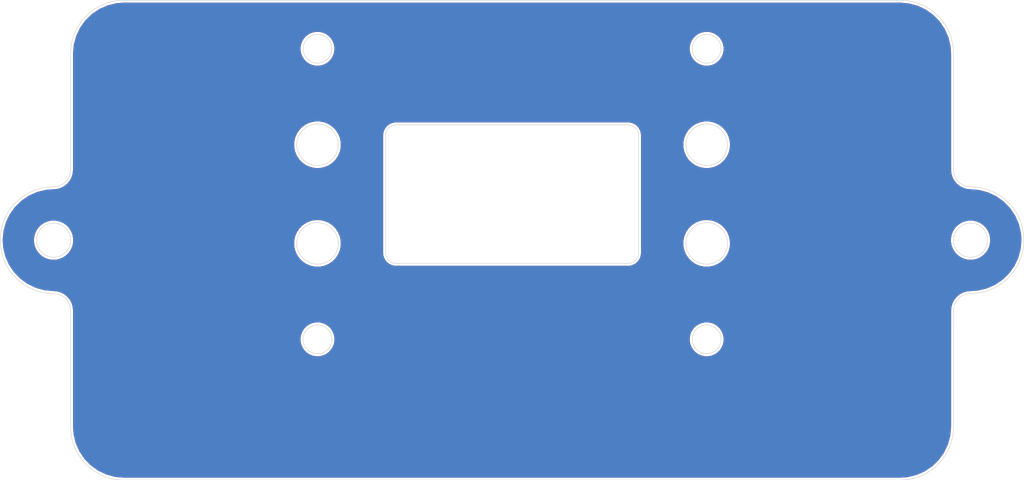
<source format=kicad_pcb>
(kicad_pcb (version 20171130) (host pcbnew 5.1.10)

  (general
    (thickness 1.6)
    (drawings 51)
    (tracks 0)
    (zones 0)
    (modules 0)
    (nets 1)
  )

  (page A4)
  (layers
    (0 F.Cu signal hide)
    (31 B.Cu signal hide)
    (32 B.Adhes user)
    (33 F.Adhes user)
    (34 B.Paste user)
    (35 F.Paste user)
    (36 B.SilkS user)
    (37 F.SilkS user)
    (38 B.Mask user)
    (39 F.Mask user)
    (40 Dwgs.User user hide)
    (41 Cmts.User user hide)
    (42 Eco1.User user)
    (43 Eco2.User user)
    (44 Edge.Cuts user)
    (45 Margin user)
    (46 B.CrtYd user hide)
    (47 F.CrtYd user)
    (48 B.Fab user)
    (49 F.Fab user)
  )

  (setup
    (last_trace_width 0.25)
    (trace_clearance 0.2)
    (zone_clearance 0.2)
    (zone_45_only no)
    (trace_min 0.2)
    (via_size 0.8)
    (via_drill 0.4)
    (via_min_size 0.4)
    (via_min_drill 0.3)
    (uvia_size 0.3)
    (uvia_drill 0.1)
    (uvias_allowed no)
    (uvia_min_size 0.2)
    (uvia_min_drill 0.1)
    (edge_width 0.05)
    (segment_width 0.2)
    (pcb_text_width 0.3)
    (pcb_text_size 1.5 1.5)
    (mod_edge_width 0.12)
    (mod_text_size 1 1)
    (mod_text_width 0.15)
    (pad_size 1.524 1.524)
    (pad_drill 0.762)
    (pad_to_mask_clearance 0)
    (aux_axis_origin 0 0)
    (grid_origin 128 120)
    (visible_elements FEFFFF7F)
    (pcbplotparams
      (layerselection 0x010fc_ffffffff)
      (usegerberextensions false)
      (usegerberattributes true)
      (usegerberadvancedattributes true)
      (creategerberjobfile true)
      (excludeedgelayer true)
      (linewidth 0.100000)
      (plotframeref false)
      (viasonmask false)
      (mode 1)
      (useauxorigin false)
      (hpglpennumber 1)
      (hpglpenspeed 20)
      (hpglpendiameter 15.000000)
      (psnegative false)
      (psa4output false)
      (plotreference true)
      (plotvalue true)
      (plotinvisibletext false)
      (padsonsilk false)
      (subtractmaskfromsilk false)
      (outputformat 1)
      (mirror false)
      (drillshape 0)
      (scaleselection 1)
      (outputdirectory "Gerbers/"))
  )

  (net 0 "")

  (net_class Default "This is the default net class."
    (clearance 0.2)
    (trace_width 0.25)
    (via_dia 0.8)
    (via_drill 0.4)
    (uvia_dia 0.3)
    (uvia_drill 0.1)
  )

  (gr_line (start -41.399998 6.601001) (end -41.4 17.5) (layer Edge.Cuts) (width 0.05) (tstamp 609129E6))
  (gr_arc (start -43.000002 -0.002) (end -48.000001 -0.001) (angle -89.98852938) (layer Edge.Cuts) (width 0.05) (tstamp 609129CD))
  (gr_arc (start -42.999001 -0.001001) (end -43.000001 -5.001) (angle -89.98852938) (layer Edge.Cuts) (width 0.05) (tstamp 609129CD))
  (gr_arc (start -42.999998 6.601001) (end -41.399998 6.601001) (angle -90) (layer Edge.Cuts) (width 0.05) (tstamp 609129BC))
  (gr_arc (start -43.001001 -6.599998) (end -43.001001 -4.999998) (angle -90) (layer Edge.Cuts) (width 0.05) (tstamp 609129BC))
  (gr_line (start 41.401001 6.599998) (end 41.4 17.5) (layer Edge.Cuts) (width 0.05) (tstamp 609129AB))
  (gr_arc (start 43.001001 6.599998) (end 43.001001 4.999998) (angle -90) (layer Edge.Cuts) (width 0.05) (tstamp 60912991))
  (gr_arc (start 43 -6.6) (end 41.4 -6.6) (angle -90) (layer Edge.Cuts) (width 0.05))
  (gr_arc (start 43.000001 0.001) (end 48 0) (angle -89.98852938) (layer Edge.Cuts) (width 0.05) (tstamp 6091295D))
  (gr_arc (start 42.999 0.000001) (end 43 5) (angle -89.98852938) (layer Edge.Cuts) (width 0.05) (tstamp 6091295A))
  (gr_arc (start -36.4 17.5) (end -41.4 17.5) (angle -90) (layer Edge.Cuts) (width 0.05) (tstamp 609127FE))
  (gr_arc (start 36.4 17.5) (end 36.4 22.5) (angle -90) (layer Edge.Cuts) (width 0.05) (tstamp 609127FE))
  (gr_arc (start 36.4 -17.5) (end 41.4 -17.5) (angle -90) (layer Edge.Cuts) (width 0.05) (tstamp 609127F3))
  (gr_arc (start -36.4 -17.5) (end -36.4 -22.5) (angle -90) (layer Edge.Cuts) (width 0.05) (tstamp 609127D0))
  (gr_line (start -41.4 -17.5) (end -41.4 -6.6) (layer Edge.Cuts) (width 0.05) (tstamp 609127A1))
  (gr_line (start 41.4 -17.5) (end 41.4 -6.6) (layer Edge.Cuts) (width 0.05))
  (gr_poly (pts (xy -26.45 -0.5) (xy -23.55 -0.5) (xy -25 1)) (layer F.Mask) (width 0.1) (tstamp 609125AF))
  (gr_poly (pts (xy -23.55 -8.3) (xy -26.45 -8.3) (xy -25 -9.8)) (layer F.Mask) (width 0.1))
  (gr_text BACK (at 25 0.3) (layer F.Mask) (tstamp 60912500)
    (effects (font (size 1.25 1.25) (thickness 0.25) italic))
  )
  (gr_text OK (at 25 -8.95) (layer F.Mask) (tstamp 609125F1)
    (effects (font (size 1.25 1.25) (thickness 0.25) italic))
  )
  (gr_text "LUNA Embedded" (at 0 17) (layer F.Mask) (tstamp 609125C6)
    (effects (font (size 1.5 1.5) (thickness 0.35) italic))
  )
  (gr_text "Reflow Controller" (at 0 12) (layer F.Mask) (tstamp 60912EB4)
    (effects (font (size 2 2) (thickness 0.45)))
  )
  (gr_arc (start -10.87 1.18) (end -11.87 1.18) (angle -90) (layer Edge.Cuts) (width 0.05) (tstamp 607A7DA3))
  (gr_arc (start 10.87 1.18) (end 10.87 2.18) (angle -90) (layer Edge.Cuts) (width 0.05) (tstamp 607A7DA3))
  (gr_arc (start 10.87 -9.82) (end 11.87 -9.82) (angle -90) (layer Edge.Cuts) (width 0.05) (tstamp 607A7DA3))
  (gr_arc (start -10.87 -9.82) (end -10.87 -10.82) (angle -90) (layer Edge.Cuts) (width 0.05))
  (gr_line (start 10.87 2.18) (end -10.87 2.18) (layer Edge.Cuts) (width 0.05))
  (gr_line (start 11.87 -9.82) (end 11.87 1.18) (layer Edge.Cuts) (width 0.05))
  (gr_line (start -10.87 -10.82) (end 10.87 -10.82) (layer Edge.Cuts) (width 0.05))
  (gr_line (start -11.87 1.18) (end -11.87 -9.82) (layer Edge.Cuts) (width 0.05))
  (gr_circle (center 18.25 9.3) (end 19.6 9.3) (layer Edge.Cuts) (width 0.05) (tstamp 607A7D47))
  (gr_circle (center 18.25 -17.95) (end 19.6 -17.95) (layer Edge.Cuts) (width 0.05) (tstamp 607A7D47))
  (gr_circle (center -18.25 9.3) (end -16.9 9.3) (layer Edge.Cuts) (width 0.05) (tstamp 607A7D47))
  (gr_circle (center -18.25 -17.95) (end -16.9 -17.95) (layer Edge.Cuts) (width 0.05))
  (gr_circle (center -18.25 -8.95) (end -16.3 -8.95) (layer Edge.Cuts) (width 0.05) (tstamp 607A6F6E))
  (gr_circle (center -18.25 0.3) (end -16.3 0.3) (layer Edge.Cuts) (width 0.05) (tstamp 607A6F6E))
  (gr_circle (center 18.25 0.3) (end 20.2 0.3) (layer Edge.Cuts) (width 0.05) (tstamp 607A6F6E))
  (gr_circle (center 18.25 -8.95) (end 20.2 -8.95) (layer Edge.Cuts) (width 0.05) (tstamp 607A6F4A))
  (gr_line (start -36 21) (end -36 -21) (layer B.Fab) (width 0.15))
  (gr_line (start -36 21) (end 36 21) (layer B.Fab) (width 0.15))
  (gr_line (start 36 -21) (end 36 21) (layer B.Fab) (width 0.15))
  (gr_line (start -36 -21) (end 36 -21) (layer B.Fab) (width 0.15))
  (gr_circle (center 43 0) (end 44.6 0) (layer Edge.Cuts) (width 0.05) (tstamp 607A6415))
  (gr_circle (center -43 0) (end -41.4 0) (layer Edge.Cuts) (width 0.05))
  (gr_line (start -36.4 22.5) (end 36.4 22.5) (layer Edge.Cuts) (width 0.05))
  (gr_line (start -36.4 -22.5) (end 36.4 -22.5) (layer Edge.Cuts) (width 0.05))
  (gr_circle (center -18.25 -8.95) (end -16.3 -8.95) (layer B.Fab) (width 0.05) (tstamp 607A0417))
  (gr_circle (center -18.25 0.3) (end -16.3 0.3) (layer B.Fab) (width 0.05) (tstamp 607A0417))
  (gr_circle (center 18.24 0.3) (end 20.19 0.3) (layer B.Fab) (width 0.05) (tstamp 607A0417))
  (gr_circle (center 18.24 -8.95) (end 20.19 -8.95) (layer B.Fab) (width 0.05))
  (gr_circle (center 183.4 90.7) (end 182.1 89.1) (layer Dwgs.User) (width 0.15))

  (zone (net 0) (net_name "") (layer F.Cu) (tstamp 60912EF3) (hatch edge 0.508)
    (connect_pads yes (clearance 0.2))
    (min_thickness 0.2)
    (fill yes (arc_segments 32) (thermal_gap 0.2) (thermal_bridge_width 0.3))
    (polygon
      (pts
        (xy 48 -22.5) (xy 48 22.5) (xy -48 22.5) (xy -48 -22.5)
      )
    )
    (filled_polygon
      (pts
        (xy 37.227641 -22.099844) (xy 38.029125 -21.880582) (xy 38.77911 -21.522858) (xy 39.453896 -21.037975) (xy 40.032155 -20.441259)
        (xy 40.495602 -19.751575) (xy 40.829593 -18.990724) (xy 41.024171 -18.180249) (xy 41.075 -17.488086) (xy 41.075001 -6.584039)
        (xy 41.076447 -6.569362) (xy 41.076377 -6.559374) (xy 41.076819 -6.554858) (xy 41.10946 -6.244303) (xy 41.115389 -6.215422)
        (xy 41.120903 -6.186515) (xy 41.122214 -6.18217) (xy 41.214553 -5.88387) (xy 41.225977 -5.856695) (xy 41.237003 -5.829404)
        (xy 41.239133 -5.825397) (xy 41.387654 -5.550713) (xy 41.404116 -5.526308) (xy 41.420255 -5.501645) (xy 41.423123 -5.498128)
        (xy 41.622168 -5.257524) (xy 41.643079 -5.236759) (xy 41.663679 -5.215723) (xy 41.667176 -5.21283) (xy 41.909165 -5.015469)
        (xy 41.933696 -4.99917) (xy 41.958003 -4.982527) (xy 41.961995 -4.980368) (xy 42.237708 -4.833768) (xy 42.264942 -4.822544)
        (xy 42.292017 -4.810939) (xy 42.296352 -4.809597) (xy 42.59529 -4.719343) (xy 42.624174 -4.713624) (xy 42.652997 -4.707498)
        (xy 42.65751 -4.707023) (xy 42.951201 -4.678226) (xy 42.971111 -4.675286) (xy 43.827643 -4.598843) (xy 44.629127 -4.379582)
        (xy 45.379113 -4.021855) (xy 46.053897 -3.536974) (xy 46.632156 -2.940258) (xy 47.095603 -2.250574) (xy 47.429593 -1.489722)
        (xy 47.624174 -0.679234) (xy 47.673483 -0.00869) (xy 47.598842 0.827645) (xy 47.379582 1.629127) (xy 47.021857 2.379111)
        (xy 46.536974 3.053897) (xy 45.940258 3.632156) (xy 45.250574 4.095603) (xy 44.489722 4.429593) (xy 43.679234 4.624174)
        (xy 42.976165 4.675875) (xy 42.972594 4.67646) (xy 42.960376 4.676375) (xy 42.955859 4.676817) (xy 42.645304 4.709458)
        (xy 42.61643 4.715385) (xy 42.587516 4.720901) (xy 42.583171 4.722212) (xy 42.284871 4.814551) (xy 42.257682 4.82598)
        (xy 42.230406 4.837001) (xy 42.226399 4.839131) (xy 41.951714 4.987652) (xy 41.927287 5.004129) (xy 41.902646 5.020253)
        (xy 41.899129 5.023121) (xy 41.658525 5.222166) (xy 41.63776 5.243077) (xy 41.616724 5.263677) (xy 41.613831 5.267174)
        (xy 41.41647 5.509163) (xy 41.400182 5.533679) (xy 41.383528 5.558001) (xy 41.38137 5.561993) (xy 41.234769 5.837706)
        (xy 41.223539 5.864954) (xy 41.21194 5.892016) (xy 41.210598 5.896351) (xy 41.120344 6.195288) (xy 41.114619 6.224204)
        (xy 41.108499 6.252995) (xy 41.108024 6.257509) (xy 41.077552 6.568283) (xy 41.077552 6.568294) (xy 41.076003 6.584008)
        (xy 41.075002 17.48551) (xy 40.999843 18.327643) (xy 40.780582 19.129125) (xy 40.422858 19.87911) (xy 39.937975 20.553896)
        (xy 39.341259 21.132155) (xy 38.651576 21.595601) (xy 37.890723 21.929593) (xy 37.080249 22.124171) (xy 36.388086 22.175)
        (xy -36.385531 22.175) (xy -37.227643 22.099843) (xy -38.029125 21.880582) (xy -38.77911 21.522858) (xy -39.453896 21.037975)
        (xy -40.032155 20.441259) (xy -40.495601 19.751576) (xy -40.829593 18.990723) (xy -41.024171 18.180249) (xy -41.075001 17.488073)
        (xy -41.074999 9.133861) (xy -19.936838 9.133861) (xy -19.936838 9.466139) (xy -19.872014 9.792033) (xy -19.744857 10.099017)
        (xy -19.560253 10.375297) (xy -19.325297 10.610253) (xy -19.049017 10.794857) (xy -18.742033 10.922014) (xy -18.416139 10.986838)
        (xy -18.083861 10.986838) (xy -17.757967 10.922014) (xy -17.450983 10.794857) (xy -17.174703 10.610253) (xy -16.939747 10.375297)
        (xy -16.755143 10.099017) (xy -16.627986 9.792033) (xy -16.563162 9.466139) (xy -16.563162 9.133861) (xy 16.563162 9.133861)
        (xy 16.563162 9.466139) (xy 16.627986 9.792033) (xy 16.755143 10.099017) (xy 16.939747 10.375297) (xy 17.174703 10.610253)
        (xy 17.450983 10.794857) (xy 17.757967 10.922014) (xy 18.083861 10.986838) (xy 18.416139 10.986838) (xy 18.742033 10.922014)
        (xy 19.049017 10.794857) (xy 19.325297 10.610253) (xy 19.560253 10.375297) (xy 19.744857 10.099017) (xy 19.872014 9.792033)
        (xy 19.936838 9.466139) (xy 19.936838 9.133861) (xy 19.872014 8.807967) (xy 19.744857 8.500983) (xy 19.560253 8.224703)
        (xy 19.325297 7.989747) (xy 19.049017 7.805143) (xy 18.742033 7.677986) (xy 18.416139 7.613162) (xy 18.083861 7.613162)
        (xy 17.757967 7.677986) (xy 17.450983 7.805143) (xy 17.174703 7.989747) (xy 16.939747 8.224703) (xy 16.755143 8.500983)
        (xy 16.627986 8.807967) (xy 16.563162 9.133861) (xy -16.563162 9.133861) (xy -16.627986 8.807967) (xy -16.755143 8.500983)
        (xy -16.939747 8.224703) (xy -17.174703 7.989747) (xy -17.450983 7.805143) (xy -17.757967 7.677986) (xy -18.083861 7.613162)
        (xy -18.416139 7.613162) (xy -18.742033 7.677986) (xy -19.049017 7.805143) (xy -19.325297 7.989747) (xy -19.560253 8.224703)
        (xy -19.744857 8.500983) (xy -19.872014 8.807967) (xy -19.936838 9.133861) (xy -41.074999 9.133861) (xy -41.074998 6.585041)
        (xy -41.076445 6.570354) (xy -41.076375 6.560376) (xy -41.076817 6.555859) (xy -41.109458 6.245304) (xy -41.115385 6.21643)
        (xy -41.120901 6.187516) (xy -41.122212 6.183171) (xy -41.214551 5.884871) (xy -41.22598 5.857682) (xy -41.237001 5.830406)
        (xy -41.239131 5.826399) (xy -41.387652 5.551714) (xy -41.404129 5.527287) (xy -41.420253 5.502646) (xy -41.423121 5.499129)
        (xy -41.622166 5.258525) (xy -41.643077 5.23776) (xy -41.663677 5.216724) (xy -41.667174 5.213831) (xy -41.909163 5.01647)
        (xy -41.933679 5.000182) (xy -41.958001 4.983528) (xy -41.96199 4.981371) (xy -41.961998 4.981367) (xy -42.237706 4.834769)
        (xy -42.264954 4.823539) (xy -42.292016 4.81194) (xy -42.296351 4.810598) (xy -42.595288 4.720344) (xy -42.624204 4.714619)
        (xy -42.652995 4.708499) (xy -42.657509 4.708024) (xy -42.928446 4.681458) (xy -42.934097 4.679752) (xy -42.971113 4.674286)
        (xy -43.827646 4.597842) (xy -44.629128 4.378582) (xy -45.379112 4.020857) (xy -46.053898 3.535974) (xy -46.632157 2.939258)
        (xy -47.095604 2.249574) (xy -47.429594 1.488722) (xy -47.624175 0.678234) (xy -47.673484 0.00769) (xy -47.655784 -0.190643)
        (xy -44.935634 -0.190643) (xy -44.935634 0.190643) (xy -44.861249 0.564604) (xy -44.715337 0.916867) (xy -44.503505 1.233895)
        (xy -44.233895 1.503505) (xy -43.916867 1.715337) (xy -43.564604 1.861249) (xy -43.190643 1.935634) (xy -42.809357 1.935634)
        (xy -42.435396 1.861249) (xy -42.083133 1.715337) (xy -41.766105 1.503505) (xy -41.496495 1.233895) (xy -41.284663 0.916867)
        (xy -41.138751 0.564604) (xy -41.064366 0.190643) (xy -41.064366 0.075051) (xy -20.533949 0.075051) (xy -20.533949 0.524949)
        (xy -20.446178 0.966203) (xy -20.274009 1.381856) (xy -20.024059 1.755933) (xy -19.705933 2.074059) (xy -19.331856 2.324009)
        (xy -18.916203 2.496178) (xy -18.474949 2.583949) (xy -18.025051 2.583949) (xy -17.583797 2.496178) (xy -17.168144 2.324009)
        (xy -16.794067 2.074059) (xy -16.475941 1.755933) (xy -16.225991 1.381856) (xy -16.148991 1.19596) (xy -12.195 1.19596)
        (xy -12.193595 1.210228) (xy -12.193638 1.216437) (xy -12.193196 1.220954) (xy -12.172795 1.415051) (xy -12.166865 1.443938)
        (xy -12.161352 1.472838) (xy -12.160041 1.477183) (xy -12.102329 1.663621) (xy -12.0909 1.69081) (xy -12.079879 1.718086)
        (xy -12.077749 1.722093) (xy -11.984924 1.89377) (xy -11.968451 1.918192) (xy -11.952322 1.942839) (xy -11.949454 1.946356)
        (xy -11.825051 2.096734) (xy -11.804141 2.117498) (xy -11.78354 2.138535) (xy -11.780044 2.141428) (xy -11.628802 2.264778)
        (xy -11.604241 2.281096) (xy -11.579962 2.29772) (xy -11.57597 2.299879) (xy -11.403648 2.391504) (xy -11.376424 2.402725)
        (xy -11.34934 2.414333) (xy -11.345005 2.415675) (xy -11.158169 2.472084) (xy -11.129253 2.477809) (xy -11.100462 2.483929)
        (xy -11.095949 2.484404) (xy -10.901715 2.503449) (xy -10.901708 2.503449) (xy -10.885961 2.505) (xy 10.885961 2.505)
        (xy 10.900229 2.503595) (xy 10.906437 2.503638) (xy 10.910954 2.503196) (xy 11.105051 2.482795) (xy 11.133938 2.476865)
        (xy 11.162838 2.471352) (xy 11.167183 2.470041) (xy 11.353621 2.412329) (xy 11.38081 2.4009) (xy 11.408086 2.389879)
        (xy 11.412093 2.387749) (xy 11.58377 2.294924) (xy 11.608192 2.278451) (xy 11.632839 2.262322) (xy 11.636356 2.259454)
        (xy 11.786734 2.135051) (xy 11.807498 2.114141) (xy 11.828535 2.09354) (xy 11.831428 2.090044) (xy 11.954778 1.938802)
        (xy 11.971096 1.914241) (xy 11.98772 1.889962) (xy 11.989879 1.88597) (xy 12.081504 1.713648) (xy 12.092725 1.686424)
        (xy 12.104333 1.65934) (xy 12.105675 1.655005) (xy 12.162084 1.468169) (xy 12.167809 1.439253) (xy 12.173929 1.410462)
        (xy 12.174404 1.405949) (xy 12.193449 1.211715) (xy 12.193449 1.211708) (xy 12.195 1.195961) (xy 12.195 0.075051)
        (xy 15.966051 0.075051) (xy 15.966051 0.524949) (xy 16.053822 0.966203) (xy 16.225991 1.381856) (xy 16.475941 1.755933)
        (xy 16.794067 2.074059) (xy 17.168144 2.324009) (xy 17.583797 2.496178) (xy 18.025051 2.583949) (xy 18.474949 2.583949)
        (xy 18.916203 2.496178) (xy 19.331856 2.324009) (xy 19.705933 2.074059) (xy 20.024059 1.755933) (xy 20.274009 1.381856)
        (xy 20.446178 0.966203) (xy 20.533949 0.524949) (xy 20.533949 0.075051) (xy 20.4811 -0.190643) (xy 41.064366 -0.190643)
        (xy 41.064366 0.190643) (xy 41.138751 0.564604) (xy 41.284663 0.916867) (xy 41.496495 1.233895) (xy 41.766105 1.503505)
        (xy 42.083133 1.715337) (xy 42.435396 1.861249) (xy 42.809357 1.935634) (xy 43.190643 1.935634) (xy 43.564604 1.861249)
        (xy 43.916867 1.715337) (xy 44.233895 1.503505) (xy 44.503505 1.233895) (xy 44.715337 0.916867) (xy 44.861249 0.564604)
        (xy 44.935634 0.190643) (xy 44.935634 -0.190643) (xy 44.861249 -0.564604) (xy 44.715337 -0.916867) (xy 44.503505 -1.233895)
        (xy 44.233895 -1.503505) (xy 43.916867 -1.715337) (xy 43.564604 -1.861249) (xy 43.190643 -1.935634) (xy 42.809357 -1.935634)
        (xy 42.435396 -1.861249) (xy 42.083133 -1.715337) (xy 41.766105 -1.503505) (xy 41.496495 -1.233895) (xy 41.284663 -0.916867)
        (xy 41.138751 -0.564604) (xy 41.064366 -0.190643) (xy 20.4811 -0.190643) (xy 20.446178 -0.366203) (xy 20.274009 -0.781856)
        (xy 20.024059 -1.155933) (xy 19.705933 -1.474059) (xy 19.331856 -1.724009) (xy 18.916203 -1.896178) (xy 18.474949 -1.983949)
        (xy 18.025051 -1.983949) (xy 17.583797 -1.896178) (xy 17.168144 -1.724009) (xy 16.794067 -1.474059) (xy 16.475941 -1.155933)
        (xy 16.225991 -0.781856) (xy 16.053822 -0.366203) (xy 15.966051 0.075051) (xy 12.195 0.075051) (xy 12.195 -9.174949)
        (xy 15.966051 -9.174949) (xy 15.966051 -8.725051) (xy 16.053822 -8.283797) (xy 16.225991 -7.868144) (xy 16.475941 -7.494067)
        (xy 16.794067 -7.175941) (xy 17.168144 -6.925991) (xy 17.583797 -6.753822) (xy 18.025051 -6.666051) (xy 18.474949 -6.666051)
        (xy 18.916203 -6.753822) (xy 19.331856 -6.925991) (xy 19.705933 -7.175941) (xy 20.024059 -7.494067) (xy 20.274009 -7.868144)
        (xy 20.446178 -8.283797) (xy 20.533949 -8.725051) (xy 20.533949 -9.174949) (xy 20.446178 -9.616203) (xy 20.274009 -10.031856)
        (xy 20.024059 -10.405933) (xy 19.705933 -10.724059) (xy 19.331856 -10.974009) (xy 18.916203 -11.146178) (xy 18.474949 -11.233949)
        (xy 18.025051 -11.233949) (xy 17.583797 -11.146178) (xy 17.168144 -10.974009) (xy 16.794067 -10.724059) (xy 16.475941 -10.405933)
        (xy 16.225991 -10.031856) (xy 16.053822 -9.616203) (xy 15.966051 -9.174949) (xy 12.195 -9.174949) (xy 12.195 -9.835961)
        (xy 12.193595 -9.850229) (xy 12.193638 -9.856437) (xy 12.193195 -9.860954) (xy 12.172795 -10.055051) (xy 12.166865 -10.083938)
        (xy 12.161352 -10.112838) (xy 12.160041 -10.117183) (xy 12.102329 -10.303621) (xy 12.0909 -10.33081) (xy 12.079879 -10.358086)
        (xy 12.077749 -10.362094) (xy 11.984924 -10.53377) (xy 11.968447 -10.558197) (xy 11.952322 -10.58284) (xy 11.949454 -10.586357)
        (xy 11.82505 -10.736734) (xy 11.80416 -10.757479) (xy 11.78354 -10.778535) (xy 11.780044 -10.781428) (xy 11.628802 -10.904778)
        (xy 11.604257 -10.921085) (xy 11.579962 -10.93772) (xy 11.57597 -10.939879) (xy 11.403648 -11.031504) (xy 11.376453 -11.042713)
        (xy 11.34934 -11.054333) (xy 11.345005 -11.055675) (xy 11.158169 -11.112084) (xy 11.129285 -11.117803) (xy 11.100462 -11.123929)
        (xy 11.095948 -11.124404) (xy 10.901715 -11.143449) (xy 10.901708 -11.143449) (xy 10.885961 -11.145) (xy -10.885961 -11.145)
        (xy -10.900229 -11.143595) (xy -10.906437 -11.143638) (xy -10.910954 -11.143195) (xy -11.105051 -11.122795) (xy -11.133938 -11.116865)
        (xy -11.162838 -11.111352) (xy -11.167183 -11.110041) (xy -11.353621 -11.052329) (xy -11.38081 -11.0409) (xy -11.408086 -11.029879)
        (xy -11.412094 -11.027749) (xy -11.58377 -10.934924) (xy -11.608197 -10.918447) (xy -11.63284 -10.902322) (xy -11.636357 -10.899454)
        (xy -11.786734 -10.77505) (xy -11.807479 -10.75416) (xy -11.828535 -10.73354) (xy -11.831428 -10.730044) (xy -11.954778 -10.578802)
        (xy -11.971085 -10.554257) (xy -11.98772 -10.529962) (xy -11.989879 -10.52597) (xy -12.081504 -10.353648) (xy -12.092713 -10.326453)
        (xy -12.104333 -10.29934) (xy -12.105675 -10.295005) (xy -12.162084 -10.108169) (xy -12.167803 -10.079285) (xy -12.173929 -10.050462)
        (xy -12.174404 -10.045948) (xy -12.193449 -9.851715) (xy -12.193449 -9.851698) (xy -12.194999 -9.835961) (xy -12.195 1.19596)
        (xy -16.148991 1.19596) (xy -16.053822 0.966203) (xy -15.966051 0.524949) (xy -15.966051 0.075051) (xy -16.053822 -0.366203)
        (xy -16.225991 -0.781856) (xy -16.475941 -1.155933) (xy -16.794067 -1.474059) (xy -17.168144 -1.724009) (xy -17.583797 -1.896178)
        (xy -18.025051 -1.983949) (xy -18.474949 -1.983949) (xy -18.916203 -1.896178) (xy -19.331856 -1.724009) (xy -19.705933 -1.474059)
        (xy -20.024059 -1.155933) (xy -20.274009 -0.781856) (xy -20.446178 -0.366203) (xy -20.533949 0.075051) (xy -41.064366 0.075051)
        (xy -41.064366 -0.190643) (xy -41.138751 -0.564604) (xy -41.284663 -0.916867) (xy -41.496495 -1.233895) (xy -41.766105 -1.503505)
        (xy -42.083133 -1.715337) (xy -42.435396 -1.861249) (xy -42.809357 -1.935634) (xy -43.190643 -1.935634) (xy -43.564604 -1.861249)
        (xy -43.916867 -1.715337) (xy -44.233895 -1.503505) (xy -44.503505 -1.233895) (xy -44.715337 -0.916867) (xy -44.861249 -0.564604)
        (xy -44.935634 -0.190643) (xy -47.655784 -0.190643) (xy -47.598844 -0.828643) (xy -47.379583 -1.630127) (xy -47.021856 -2.380113)
        (xy -46.536975 -3.054897) (xy -45.940259 -3.633156) (xy -45.250575 -4.096603) (xy -44.489723 -4.430593) (xy -43.679235 -4.625174)
        (xy -43.001582 -4.675006) (xy -42.999866 -4.675) (xy -42.988696 -4.675039) (xy -42.97457 -4.676474) (xy -42.960375 -4.676375)
        (xy -42.955859 -4.676817) (xy -42.645304 -4.709458) (xy -42.616423 -4.715387) (xy -42.587516 -4.720901) (xy -42.583171 -4.722212)
        (xy -42.284871 -4.814551) (xy -42.257696 -4.825975) (xy -42.230405 -4.837001) (xy -42.226398 -4.839131) (xy -41.951714 -4.987652)
        (xy -41.927309 -5.004114) (xy -41.902646 -5.020253) (xy -41.899129 -5.023121) (xy -41.658525 -5.222166) (xy -41.63776 -5.243077)
        (xy -41.616724 -5.263677) (xy -41.613831 -5.267174) (xy -41.41647 -5.509163) (xy -41.400171 -5.533694) (xy -41.383528 -5.558001)
        (xy -41.381369 -5.561993) (xy -41.234769 -5.837706) (xy -41.223545 -5.86494) (xy -41.21194 -5.892015) (xy -41.210598 -5.89635)
        (xy -41.120344 -6.195288) (xy -41.114625 -6.224172) (xy -41.108499 -6.252995) (xy -41.108024 -6.257508) (xy -41.08116 -6.531486)
        (xy -41.079703 -6.536289) (xy -41.075 -6.584039) (xy -41.075 -9.174949) (xy -20.533949 -9.174949) (xy -20.533949 -8.725051)
        (xy -20.446178 -8.283797) (xy -20.274009 -7.868144) (xy -20.024059 -7.494067) (xy -19.705933 -7.175941) (xy -19.331856 -6.925991)
        (xy -18.916203 -6.753822) (xy -18.474949 -6.666051) (xy -18.025051 -6.666051) (xy -17.583797 -6.753822) (xy -17.168144 -6.925991)
        (xy -16.794067 -7.175941) (xy -16.475941 -7.494067) (xy -16.225991 -7.868144) (xy -16.053822 -8.283797) (xy -15.966051 -8.725051)
        (xy -15.966051 -9.174949) (xy -16.053822 -9.616203) (xy -16.225991 -10.031856) (xy -16.475941 -10.405933) (xy -16.794067 -10.724059)
        (xy -17.168144 -10.974009) (xy -17.583797 -11.146178) (xy -18.025051 -11.233949) (xy -18.474949 -11.233949) (xy -18.916203 -11.146178)
        (xy -19.331856 -10.974009) (xy -19.705933 -10.724059) (xy -20.024059 -10.405933) (xy -20.274009 -10.031856) (xy -20.446178 -9.616203)
        (xy -20.533949 -9.174949) (xy -41.075 -9.174949) (xy -41.075 -17.48553) (xy -41.01872 -18.116139) (xy -19.936838 -18.116139)
        (xy -19.936838 -17.783861) (xy -19.872014 -17.457967) (xy -19.744857 -17.150983) (xy -19.560253 -16.874703) (xy -19.325297 -16.639747)
        (xy -19.049017 -16.455143) (xy -18.742033 -16.327986) (xy -18.416139 -16.263162) (xy -18.083861 -16.263162) (xy -17.757967 -16.327986)
        (xy -17.450983 -16.455143) (xy -17.174703 -16.639747) (xy -16.939747 -16.874703) (xy -16.755143 -17.150983) (xy -16.627986 -17.457967)
        (xy -16.563162 -17.783861) (xy -16.563162 -18.116139) (xy 16.563162 -18.116139) (xy 16.563162 -17.783861) (xy 16.627986 -17.457967)
        (xy 16.755143 -17.150983) (xy 16.939747 -16.874703) (xy 17.174703 -16.639747) (xy 17.450983 -16.455143) (xy 17.757967 -16.327986)
        (xy 18.083861 -16.263162) (xy 18.416139 -16.263162) (xy 18.742033 -16.327986) (xy 19.049017 -16.455143) (xy 19.325297 -16.639747)
        (xy 19.560253 -16.874703) (xy 19.744857 -17.150983) (xy 19.872014 -17.457967) (xy 19.936838 -17.783861) (xy 19.936838 -18.116139)
        (xy 19.872014 -18.442033) (xy 19.744857 -18.749017) (xy 19.560253 -19.025297) (xy 19.325297 -19.260253) (xy 19.049017 -19.444857)
        (xy 18.742033 -19.572014) (xy 18.416139 -19.636838) (xy 18.083861 -19.636838) (xy 17.757967 -19.572014) (xy 17.450983 -19.444857)
        (xy 17.174703 -19.260253) (xy 16.939747 -19.025297) (xy 16.755143 -18.749017) (xy 16.627986 -18.442033) (xy 16.563162 -18.116139)
        (xy -16.563162 -18.116139) (xy -16.627986 -18.442033) (xy -16.755143 -18.749017) (xy -16.939747 -19.025297) (xy -17.174703 -19.260253)
        (xy -17.450983 -19.444857) (xy -17.757967 -19.572014) (xy -18.083861 -19.636838) (xy -18.416139 -19.636838) (xy -18.742033 -19.572014)
        (xy -19.049017 -19.444857) (xy -19.325297 -19.260253) (xy -19.560253 -19.025297) (xy -19.744857 -18.749017) (xy -19.872014 -18.442033)
        (xy -19.936838 -18.116139) (xy -41.01872 -18.116139) (xy -40.999844 -18.327641) (xy -40.780582 -19.129125) (xy -40.422858 -19.87911)
        (xy -39.937975 -20.553896) (xy -39.341259 -21.132155) (xy -38.651575 -21.595602) (xy -37.890724 -21.929593) (xy -37.080249 -22.124171)
        (xy -36.388086 -22.175) (xy 36.38553 -22.175)
      )
    )
  )
  (zone (net 0) (net_name "") (layer B.Cu) (tstamp 60912EF0) (hatch edge 0.508)
    (connect_pads yes (clearance 0.2))
    (min_thickness 0.2)
    (fill yes (arc_segments 32) (thermal_gap 0.2) (thermal_bridge_width 0.3))
    (polygon
      (pts
        (xy 48 -22.5) (xy 48 22.5) (xy -48 22.5) (xy -48 -22.5)
      )
    )
    (filled_polygon
      (pts
        (xy 37.227641 -22.099844) (xy 38.029125 -21.880582) (xy 38.77911 -21.522858) (xy 39.453896 -21.037975) (xy 40.032155 -20.441259)
        (xy 40.495602 -19.751575) (xy 40.829593 -18.990724) (xy 41.024171 -18.180249) (xy 41.075 -17.488086) (xy 41.075001 -6.584039)
        (xy 41.076447 -6.569362) (xy 41.076377 -6.559374) (xy 41.076819 -6.554858) (xy 41.10946 -6.244303) (xy 41.115389 -6.215422)
        (xy 41.120903 -6.186515) (xy 41.122214 -6.18217) (xy 41.214553 -5.88387) (xy 41.225977 -5.856695) (xy 41.237003 -5.829404)
        (xy 41.239133 -5.825397) (xy 41.387654 -5.550713) (xy 41.404116 -5.526308) (xy 41.420255 -5.501645) (xy 41.423123 -5.498128)
        (xy 41.622168 -5.257524) (xy 41.643079 -5.236759) (xy 41.663679 -5.215723) (xy 41.667176 -5.21283) (xy 41.909165 -5.015469)
        (xy 41.933696 -4.99917) (xy 41.958003 -4.982527) (xy 41.961995 -4.980368) (xy 42.237708 -4.833768) (xy 42.264942 -4.822544)
        (xy 42.292017 -4.810939) (xy 42.296352 -4.809597) (xy 42.59529 -4.719343) (xy 42.624174 -4.713624) (xy 42.652997 -4.707498)
        (xy 42.65751 -4.707023) (xy 42.951201 -4.678226) (xy 42.971111 -4.675286) (xy 43.827643 -4.598843) (xy 44.629127 -4.379582)
        (xy 45.379113 -4.021855) (xy 46.053897 -3.536974) (xy 46.632156 -2.940258) (xy 47.095603 -2.250574) (xy 47.429593 -1.489722)
        (xy 47.624174 -0.679234) (xy 47.673483 -0.00869) (xy 47.598842 0.827645) (xy 47.379582 1.629127) (xy 47.021857 2.379111)
        (xy 46.536974 3.053897) (xy 45.940258 3.632156) (xy 45.250574 4.095603) (xy 44.489722 4.429593) (xy 43.679234 4.624174)
        (xy 42.976165 4.675875) (xy 42.972594 4.67646) (xy 42.960376 4.676375) (xy 42.955859 4.676817) (xy 42.645304 4.709458)
        (xy 42.61643 4.715385) (xy 42.587516 4.720901) (xy 42.583171 4.722212) (xy 42.284871 4.814551) (xy 42.257682 4.82598)
        (xy 42.230406 4.837001) (xy 42.226399 4.839131) (xy 41.951714 4.987652) (xy 41.927287 5.004129) (xy 41.902646 5.020253)
        (xy 41.899129 5.023121) (xy 41.658525 5.222166) (xy 41.63776 5.243077) (xy 41.616724 5.263677) (xy 41.613831 5.267174)
        (xy 41.41647 5.509163) (xy 41.400182 5.533679) (xy 41.383528 5.558001) (xy 41.38137 5.561993) (xy 41.234769 5.837706)
        (xy 41.223539 5.864954) (xy 41.21194 5.892016) (xy 41.210598 5.896351) (xy 41.120344 6.195288) (xy 41.114619 6.224204)
        (xy 41.108499 6.252995) (xy 41.108024 6.257509) (xy 41.077552 6.568283) (xy 41.077552 6.568294) (xy 41.076003 6.584008)
        (xy 41.075002 17.48551) (xy 40.999843 18.327643) (xy 40.780582 19.129125) (xy 40.422858 19.87911) (xy 39.937975 20.553896)
        (xy 39.341259 21.132155) (xy 38.651576 21.595601) (xy 37.890723 21.929593) (xy 37.080249 22.124171) (xy 36.388086 22.175)
        (xy -36.385531 22.175) (xy -37.227643 22.099843) (xy -38.029125 21.880582) (xy -38.77911 21.522858) (xy -39.453896 21.037975)
        (xy -40.032155 20.441259) (xy -40.495601 19.751576) (xy -40.829593 18.990723) (xy -41.024171 18.180249) (xy -41.075001 17.488073)
        (xy -41.074999 9.133861) (xy -19.936838 9.133861) (xy -19.936838 9.466139) (xy -19.872014 9.792033) (xy -19.744857 10.099017)
        (xy -19.560253 10.375297) (xy -19.325297 10.610253) (xy -19.049017 10.794857) (xy -18.742033 10.922014) (xy -18.416139 10.986838)
        (xy -18.083861 10.986838) (xy -17.757967 10.922014) (xy -17.450983 10.794857) (xy -17.174703 10.610253) (xy -16.939747 10.375297)
        (xy -16.755143 10.099017) (xy -16.627986 9.792033) (xy -16.563162 9.466139) (xy -16.563162 9.133861) (xy 16.563162 9.133861)
        (xy 16.563162 9.466139) (xy 16.627986 9.792033) (xy 16.755143 10.099017) (xy 16.939747 10.375297) (xy 17.174703 10.610253)
        (xy 17.450983 10.794857) (xy 17.757967 10.922014) (xy 18.083861 10.986838) (xy 18.416139 10.986838) (xy 18.742033 10.922014)
        (xy 19.049017 10.794857) (xy 19.325297 10.610253) (xy 19.560253 10.375297) (xy 19.744857 10.099017) (xy 19.872014 9.792033)
        (xy 19.936838 9.466139) (xy 19.936838 9.133861) (xy 19.872014 8.807967) (xy 19.744857 8.500983) (xy 19.560253 8.224703)
        (xy 19.325297 7.989747) (xy 19.049017 7.805143) (xy 18.742033 7.677986) (xy 18.416139 7.613162) (xy 18.083861 7.613162)
        (xy 17.757967 7.677986) (xy 17.450983 7.805143) (xy 17.174703 7.989747) (xy 16.939747 8.224703) (xy 16.755143 8.500983)
        (xy 16.627986 8.807967) (xy 16.563162 9.133861) (xy -16.563162 9.133861) (xy -16.627986 8.807967) (xy -16.755143 8.500983)
        (xy -16.939747 8.224703) (xy -17.174703 7.989747) (xy -17.450983 7.805143) (xy -17.757967 7.677986) (xy -18.083861 7.613162)
        (xy -18.416139 7.613162) (xy -18.742033 7.677986) (xy -19.049017 7.805143) (xy -19.325297 7.989747) (xy -19.560253 8.224703)
        (xy -19.744857 8.500983) (xy -19.872014 8.807967) (xy -19.936838 9.133861) (xy -41.074999 9.133861) (xy -41.074998 6.585041)
        (xy -41.076445 6.570354) (xy -41.076375 6.560376) (xy -41.076817 6.555859) (xy -41.109458 6.245304) (xy -41.115385 6.21643)
        (xy -41.120901 6.187516) (xy -41.122212 6.183171) (xy -41.214551 5.884871) (xy -41.22598 5.857682) (xy -41.237001 5.830406)
        (xy -41.239131 5.826399) (xy -41.387652 5.551714) (xy -41.404129 5.527287) (xy -41.420253 5.502646) (xy -41.423121 5.499129)
        (xy -41.622166 5.258525) (xy -41.643077 5.23776) (xy -41.663677 5.216724) (xy -41.667174 5.213831) (xy -41.909163 5.01647)
        (xy -41.933679 5.000182) (xy -41.958001 4.983528) (xy -41.96199 4.981371) (xy -41.961998 4.981367) (xy -42.237706 4.834769)
        (xy -42.264954 4.823539) (xy -42.292016 4.81194) (xy -42.296351 4.810598) (xy -42.595288 4.720344) (xy -42.624204 4.714619)
        (xy -42.652995 4.708499) (xy -42.657509 4.708024) (xy -42.928446 4.681458) (xy -42.934097 4.679752) (xy -42.971113 4.674286)
        (xy -43.827646 4.597842) (xy -44.629128 4.378582) (xy -45.379112 4.020857) (xy -46.053898 3.535974) (xy -46.632157 2.939258)
        (xy -47.095604 2.249574) (xy -47.429594 1.488722) (xy -47.624175 0.678234) (xy -47.673484 0.00769) (xy -47.655784 -0.190643)
        (xy -44.935634 -0.190643) (xy -44.935634 0.190643) (xy -44.861249 0.564604) (xy -44.715337 0.916867) (xy -44.503505 1.233895)
        (xy -44.233895 1.503505) (xy -43.916867 1.715337) (xy -43.564604 1.861249) (xy -43.190643 1.935634) (xy -42.809357 1.935634)
        (xy -42.435396 1.861249) (xy -42.083133 1.715337) (xy -41.766105 1.503505) (xy -41.496495 1.233895) (xy -41.284663 0.916867)
        (xy -41.138751 0.564604) (xy -41.064366 0.190643) (xy -41.064366 0.075051) (xy -20.533949 0.075051) (xy -20.533949 0.524949)
        (xy -20.446178 0.966203) (xy -20.274009 1.381856) (xy -20.024059 1.755933) (xy -19.705933 2.074059) (xy -19.331856 2.324009)
        (xy -18.916203 2.496178) (xy -18.474949 2.583949) (xy -18.025051 2.583949) (xy -17.583797 2.496178) (xy -17.168144 2.324009)
        (xy -16.794067 2.074059) (xy -16.475941 1.755933) (xy -16.225991 1.381856) (xy -16.148991 1.19596) (xy -12.195 1.19596)
        (xy -12.193595 1.210228) (xy -12.193638 1.216437) (xy -12.193196 1.220954) (xy -12.172795 1.415051) (xy -12.166865 1.443938)
        (xy -12.161352 1.472838) (xy -12.160041 1.477183) (xy -12.102329 1.663621) (xy -12.0909 1.69081) (xy -12.079879 1.718086)
        (xy -12.077749 1.722093) (xy -11.984924 1.89377) (xy -11.968451 1.918192) (xy -11.952322 1.942839) (xy -11.949454 1.946356)
        (xy -11.825051 2.096734) (xy -11.804141 2.117498) (xy -11.78354 2.138535) (xy -11.780044 2.141428) (xy -11.628802 2.264778)
        (xy -11.604241 2.281096) (xy -11.579962 2.29772) (xy -11.57597 2.299879) (xy -11.403648 2.391504) (xy -11.376424 2.402725)
        (xy -11.34934 2.414333) (xy -11.345005 2.415675) (xy -11.158169 2.472084) (xy -11.129253 2.477809) (xy -11.100462 2.483929)
        (xy -11.095949 2.484404) (xy -10.901715 2.503449) (xy -10.901708 2.503449) (xy -10.885961 2.505) (xy 10.885961 2.505)
        (xy 10.900229 2.503595) (xy 10.906437 2.503638) (xy 10.910954 2.503196) (xy 11.105051 2.482795) (xy 11.133938 2.476865)
        (xy 11.162838 2.471352) (xy 11.167183 2.470041) (xy 11.353621 2.412329) (xy 11.38081 2.4009) (xy 11.408086 2.389879)
        (xy 11.412093 2.387749) (xy 11.58377 2.294924) (xy 11.608192 2.278451) (xy 11.632839 2.262322) (xy 11.636356 2.259454)
        (xy 11.786734 2.135051) (xy 11.807498 2.114141) (xy 11.828535 2.09354) (xy 11.831428 2.090044) (xy 11.954778 1.938802)
        (xy 11.971096 1.914241) (xy 11.98772 1.889962) (xy 11.989879 1.88597) (xy 12.081504 1.713648) (xy 12.092725 1.686424)
        (xy 12.104333 1.65934) (xy 12.105675 1.655005) (xy 12.162084 1.468169) (xy 12.167809 1.439253) (xy 12.173929 1.410462)
        (xy 12.174404 1.405949) (xy 12.193449 1.211715) (xy 12.193449 1.211708) (xy 12.195 1.195961) (xy 12.195 0.075051)
        (xy 15.966051 0.075051) (xy 15.966051 0.524949) (xy 16.053822 0.966203) (xy 16.225991 1.381856) (xy 16.475941 1.755933)
        (xy 16.794067 2.074059) (xy 17.168144 2.324009) (xy 17.583797 2.496178) (xy 18.025051 2.583949) (xy 18.474949 2.583949)
        (xy 18.916203 2.496178) (xy 19.331856 2.324009) (xy 19.705933 2.074059) (xy 20.024059 1.755933) (xy 20.274009 1.381856)
        (xy 20.446178 0.966203) (xy 20.533949 0.524949) (xy 20.533949 0.075051) (xy 20.4811 -0.190643) (xy 41.064366 -0.190643)
        (xy 41.064366 0.190643) (xy 41.138751 0.564604) (xy 41.284663 0.916867) (xy 41.496495 1.233895) (xy 41.766105 1.503505)
        (xy 42.083133 1.715337) (xy 42.435396 1.861249) (xy 42.809357 1.935634) (xy 43.190643 1.935634) (xy 43.564604 1.861249)
        (xy 43.916867 1.715337) (xy 44.233895 1.503505) (xy 44.503505 1.233895) (xy 44.715337 0.916867) (xy 44.861249 0.564604)
        (xy 44.935634 0.190643) (xy 44.935634 -0.190643) (xy 44.861249 -0.564604) (xy 44.715337 -0.916867) (xy 44.503505 -1.233895)
        (xy 44.233895 -1.503505) (xy 43.916867 -1.715337) (xy 43.564604 -1.861249) (xy 43.190643 -1.935634) (xy 42.809357 -1.935634)
        (xy 42.435396 -1.861249) (xy 42.083133 -1.715337) (xy 41.766105 -1.503505) (xy 41.496495 -1.233895) (xy 41.284663 -0.916867)
        (xy 41.138751 -0.564604) (xy 41.064366 -0.190643) (xy 20.4811 -0.190643) (xy 20.446178 -0.366203) (xy 20.274009 -0.781856)
        (xy 20.024059 -1.155933) (xy 19.705933 -1.474059) (xy 19.331856 -1.724009) (xy 18.916203 -1.896178) (xy 18.474949 -1.983949)
        (xy 18.025051 -1.983949) (xy 17.583797 -1.896178) (xy 17.168144 -1.724009) (xy 16.794067 -1.474059) (xy 16.475941 -1.155933)
        (xy 16.225991 -0.781856) (xy 16.053822 -0.366203) (xy 15.966051 0.075051) (xy 12.195 0.075051) (xy 12.195 -9.174949)
        (xy 15.966051 -9.174949) (xy 15.966051 -8.725051) (xy 16.053822 -8.283797) (xy 16.225991 -7.868144) (xy 16.475941 -7.494067)
        (xy 16.794067 -7.175941) (xy 17.168144 -6.925991) (xy 17.583797 -6.753822) (xy 18.025051 -6.666051) (xy 18.474949 -6.666051)
        (xy 18.916203 -6.753822) (xy 19.331856 -6.925991) (xy 19.705933 -7.175941) (xy 20.024059 -7.494067) (xy 20.274009 -7.868144)
        (xy 20.446178 -8.283797) (xy 20.533949 -8.725051) (xy 20.533949 -9.174949) (xy 20.446178 -9.616203) (xy 20.274009 -10.031856)
        (xy 20.024059 -10.405933) (xy 19.705933 -10.724059) (xy 19.331856 -10.974009) (xy 18.916203 -11.146178) (xy 18.474949 -11.233949)
        (xy 18.025051 -11.233949) (xy 17.583797 -11.146178) (xy 17.168144 -10.974009) (xy 16.794067 -10.724059) (xy 16.475941 -10.405933)
        (xy 16.225991 -10.031856) (xy 16.053822 -9.616203) (xy 15.966051 -9.174949) (xy 12.195 -9.174949) (xy 12.195 -9.835961)
        (xy 12.193595 -9.850229) (xy 12.193638 -9.856437) (xy 12.193195 -9.860954) (xy 12.172795 -10.055051) (xy 12.166865 -10.083938)
        (xy 12.161352 -10.112838) (xy 12.160041 -10.117183) (xy 12.102329 -10.303621) (xy 12.0909 -10.33081) (xy 12.079879 -10.358086)
        (xy 12.077749 -10.362094) (xy 11.984924 -10.53377) (xy 11.968447 -10.558197) (xy 11.952322 -10.58284) (xy 11.949454 -10.586357)
        (xy 11.82505 -10.736734) (xy 11.80416 -10.757479) (xy 11.78354 -10.778535) (xy 11.780044 -10.781428) (xy 11.628802 -10.904778)
        (xy 11.604257 -10.921085) (xy 11.579962 -10.93772) (xy 11.57597 -10.939879) (xy 11.403648 -11.031504) (xy 11.376453 -11.042713)
        (xy 11.34934 -11.054333) (xy 11.345005 -11.055675) (xy 11.158169 -11.112084) (xy 11.129285 -11.117803) (xy 11.100462 -11.123929)
        (xy 11.095948 -11.124404) (xy 10.901715 -11.143449) (xy 10.901708 -11.143449) (xy 10.885961 -11.145) (xy -10.885961 -11.145)
        (xy -10.900229 -11.143595) (xy -10.906437 -11.143638) (xy -10.910954 -11.143195) (xy -11.105051 -11.122795) (xy -11.133938 -11.116865)
        (xy -11.162838 -11.111352) (xy -11.167183 -11.110041) (xy -11.353621 -11.052329) (xy -11.38081 -11.0409) (xy -11.408086 -11.029879)
        (xy -11.412094 -11.027749) (xy -11.58377 -10.934924) (xy -11.608197 -10.918447) (xy -11.63284 -10.902322) (xy -11.636357 -10.899454)
        (xy -11.786734 -10.77505) (xy -11.807479 -10.75416) (xy -11.828535 -10.73354) (xy -11.831428 -10.730044) (xy -11.954778 -10.578802)
        (xy -11.971085 -10.554257) (xy -11.98772 -10.529962) (xy -11.989879 -10.52597) (xy -12.081504 -10.353648) (xy -12.092713 -10.326453)
        (xy -12.104333 -10.29934) (xy -12.105675 -10.295005) (xy -12.162084 -10.108169) (xy -12.167803 -10.079285) (xy -12.173929 -10.050462)
        (xy -12.174404 -10.045948) (xy -12.193449 -9.851715) (xy -12.193449 -9.851698) (xy -12.194999 -9.835961) (xy -12.195 1.19596)
        (xy -16.148991 1.19596) (xy -16.053822 0.966203) (xy -15.966051 0.524949) (xy -15.966051 0.075051) (xy -16.053822 -0.366203)
        (xy -16.225991 -0.781856) (xy -16.475941 -1.155933) (xy -16.794067 -1.474059) (xy -17.168144 -1.724009) (xy -17.583797 -1.896178)
        (xy -18.025051 -1.983949) (xy -18.474949 -1.983949) (xy -18.916203 -1.896178) (xy -19.331856 -1.724009) (xy -19.705933 -1.474059)
        (xy -20.024059 -1.155933) (xy -20.274009 -0.781856) (xy -20.446178 -0.366203) (xy -20.533949 0.075051) (xy -41.064366 0.075051)
        (xy -41.064366 -0.190643) (xy -41.138751 -0.564604) (xy -41.284663 -0.916867) (xy -41.496495 -1.233895) (xy -41.766105 -1.503505)
        (xy -42.083133 -1.715337) (xy -42.435396 -1.861249) (xy -42.809357 -1.935634) (xy -43.190643 -1.935634) (xy -43.564604 -1.861249)
        (xy -43.916867 -1.715337) (xy -44.233895 -1.503505) (xy -44.503505 -1.233895) (xy -44.715337 -0.916867) (xy -44.861249 -0.564604)
        (xy -44.935634 -0.190643) (xy -47.655784 -0.190643) (xy -47.598844 -0.828643) (xy -47.379583 -1.630127) (xy -47.021856 -2.380113)
        (xy -46.536975 -3.054897) (xy -45.940259 -3.633156) (xy -45.250575 -4.096603) (xy -44.489723 -4.430593) (xy -43.679235 -4.625174)
        (xy -43.001582 -4.675006) (xy -42.999866 -4.675) (xy -42.988696 -4.675039) (xy -42.97457 -4.676474) (xy -42.960375 -4.676375)
        (xy -42.955859 -4.676817) (xy -42.645304 -4.709458) (xy -42.616423 -4.715387) (xy -42.587516 -4.720901) (xy -42.583171 -4.722212)
        (xy -42.284871 -4.814551) (xy -42.257696 -4.825975) (xy -42.230405 -4.837001) (xy -42.226398 -4.839131) (xy -41.951714 -4.987652)
        (xy -41.927309 -5.004114) (xy -41.902646 -5.020253) (xy -41.899129 -5.023121) (xy -41.658525 -5.222166) (xy -41.63776 -5.243077)
        (xy -41.616724 -5.263677) (xy -41.613831 -5.267174) (xy -41.41647 -5.509163) (xy -41.400171 -5.533694) (xy -41.383528 -5.558001)
        (xy -41.381369 -5.561993) (xy -41.234769 -5.837706) (xy -41.223545 -5.86494) (xy -41.21194 -5.892015) (xy -41.210598 -5.89635)
        (xy -41.120344 -6.195288) (xy -41.114625 -6.224172) (xy -41.108499 -6.252995) (xy -41.108024 -6.257508) (xy -41.08116 -6.531486)
        (xy -41.079703 -6.536289) (xy -41.075 -6.584039) (xy -41.075 -9.174949) (xy -20.533949 -9.174949) (xy -20.533949 -8.725051)
        (xy -20.446178 -8.283797) (xy -20.274009 -7.868144) (xy -20.024059 -7.494067) (xy -19.705933 -7.175941) (xy -19.331856 -6.925991)
        (xy -18.916203 -6.753822) (xy -18.474949 -6.666051) (xy -18.025051 -6.666051) (xy -17.583797 -6.753822) (xy -17.168144 -6.925991)
        (xy -16.794067 -7.175941) (xy -16.475941 -7.494067) (xy -16.225991 -7.868144) (xy -16.053822 -8.283797) (xy -15.966051 -8.725051)
        (xy -15.966051 -9.174949) (xy -16.053822 -9.616203) (xy -16.225991 -10.031856) (xy -16.475941 -10.405933) (xy -16.794067 -10.724059)
        (xy -17.168144 -10.974009) (xy -17.583797 -11.146178) (xy -18.025051 -11.233949) (xy -18.474949 -11.233949) (xy -18.916203 -11.146178)
        (xy -19.331856 -10.974009) (xy -19.705933 -10.724059) (xy -20.024059 -10.405933) (xy -20.274009 -10.031856) (xy -20.446178 -9.616203)
        (xy -20.533949 -9.174949) (xy -41.075 -9.174949) (xy -41.075 -17.48553) (xy -41.01872 -18.116139) (xy -19.936838 -18.116139)
        (xy -19.936838 -17.783861) (xy -19.872014 -17.457967) (xy -19.744857 -17.150983) (xy -19.560253 -16.874703) (xy -19.325297 -16.639747)
        (xy -19.049017 -16.455143) (xy -18.742033 -16.327986) (xy -18.416139 -16.263162) (xy -18.083861 -16.263162) (xy -17.757967 -16.327986)
        (xy -17.450983 -16.455143) (xy -17.174703 -16.639747) (xy -16.939747 -16.874703) (xy -16.755143 -17.150983) (xy -16.627986 -17.457967)
        (xy -16.563162 -17.783861) (xy -16.563162 -18.116139) (xy 16.563162 -18.116139) (xy 16.563162 -17.783861) (xy 16.627986 -17.457967)
        (xy 16.755143 -17.150983) (xy 16.939747 -16.874703) (xy 17.174703 -16.639747) (xy 17.450983 -16.455143) (xy 17.757967 -16.327986)
        (xy 18.083861 -16.263162) (xy 18.416139 -16.263162) (xy 18.742033 -16.327986) (xy 19.049017 -16.455143) (xy 19.325297 -16.639747)
        (xy 19.560253 -16.874703) (xy 19.744857 -17.150983) (xy 19.872014 -17.457967) (xy 19.936838 -17.783861) (xy 19.936838 -18.116139)
        (xy 19.872014 -18.442033) (xy 19.744857 -18.749017) (xy 19.560253 -19.025297) (xy 19.325297 -19.260253) (xy 19.049017 -19.444857)
        (xy 18.742033 -19.572014) (xy 18.416139 -19.636838) (xy 18.083861 -19.636838) (xy 17.757967 -19.572014) (xy 17.450983 -19.444857)
        (xy 17.174703 -19.260253) (xy 16.939747 -19.025297) (xy 16.755143 -18.749017) (xy 16.627986 -18.442033) (xy 16.563162 -18.116139)
        (xy -16.563162 -18.116139) (xy -16.627986 -18.442033) (xy -16.755143 -18.749017) (xy -16.939747 -19.025297) (xy -17.174703 -19.260253)
        (xy -17.450983 -19.444857) (xy -17.757967 -19.572014) (xy -18.083861 -19.636838) (xy -18.416139 -19.636838) (xy -18.742033 -19.572014)
        (xy -19.049017 -19.444857) (xy -19.325297 -19.260253) (xy -19.560253 -19.025297) (xy -19.744857 -18.749017) (xy -19.872014 -18.442033)
        (xy -19.936838 -18.116139) (xy -41.01872 -18.116139) (xy -40.999844 -18.327641) (xy -40.780582 -19.129125) (xy -40.422858 -19.87911)
        (xy -39.937975 -20.553896) (xy -39.341259 -21.132155) (xy -38.651575 -21.595602) (xy -37.890724 -21.929593) (xy -37.080249 -22.124171)
        (xy -36.388086 -22.175) (xy 36.38553 -22.175)
      )
    )
  )
)

</source>
